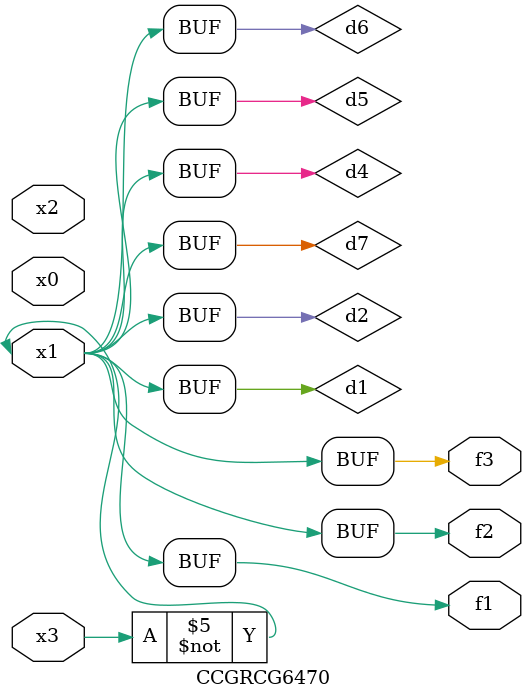
<source format=v>
module CCGRCG6470(
	input x0, x1, x2, x3,
	output f1, f2, f3
);

	wire d1, d2, d3, d4, d5, d6, d7;

	not (d1, x3);
	buf (d2, x1);
	xnor (d3, d1, d2);
	nor (d4, d1);
	buf (d5, d1, d2);
	buf (d6, d4, d5);
	nand (d7, d4);
	assign f1 = d6;
	assign f2 = d7;
	assign f3 = d6;
endmodule

</source>
